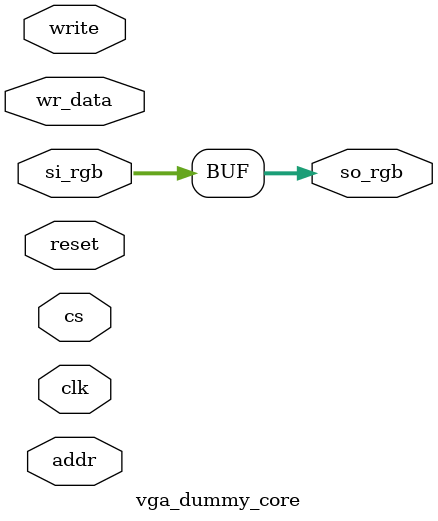
<source format=sv>
`timescale 1ns / 1ps

//These cores are simply placeholders that route the input to the output.
//Change/customize as needed
module vga_dummy_core(
    input logic clk, reset,
    // video slot interface
    input  logic cs,      
    input  logic write,  
    input  logic [13:0] addr,    
    input  logic [31:0] wr_data,
    // stream interface
    input  logic [11:0] si_rgb,
    output logic [11:0] so_rgb
  );

   assign so_rgb = si_rgb;
endmodule
</source>
